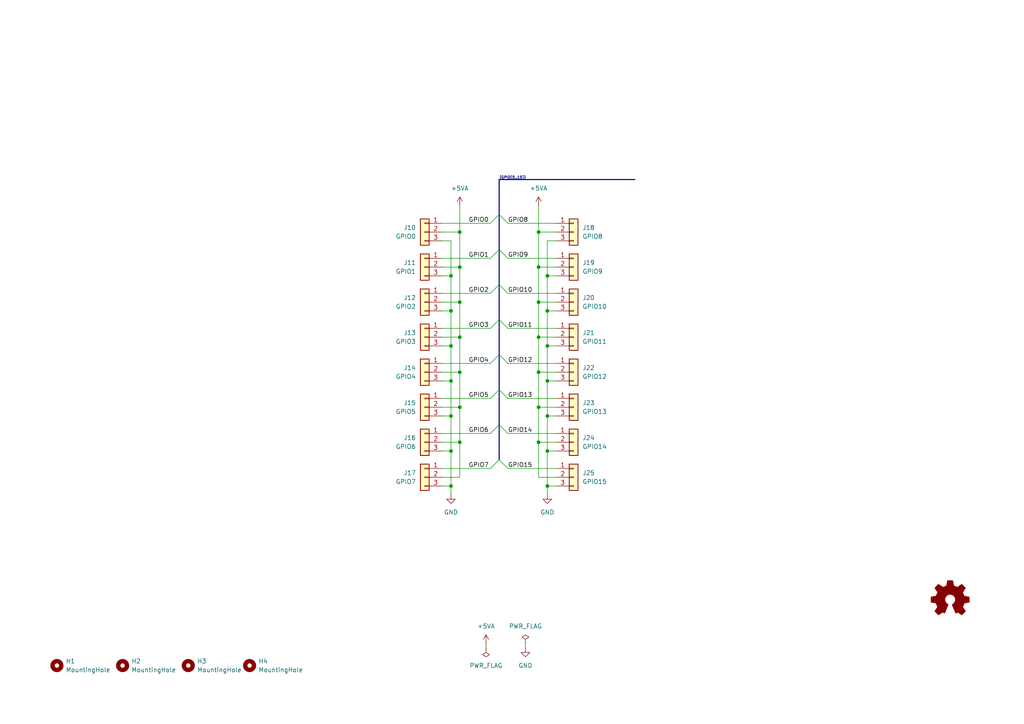
<source format=kicad_sch>
(kicad_sch (version 20231120) (generator "eeschema") (generator_version "8.0")
  (paper "A4")
  (title_block (title "Animatronics - Backpack (ANI-*BP)") (date "2025-02-09") (rev "1.0") (company "Sparky Bobo Designs") (comment 2 "Designed by: SparkyBobo") (comment 3 "https://creativecommons.org/licenses/by-sa/4.0/") (comment 4 "Released under the Creative Commons Attribution Share-Alike 4.0 License"))
  (lib_symbols
    (symbol "Connector_Generic:Conn_01x03" (pin_names (offset 1.016) hide)
      (property "Reference" "J" (at 0 5.08 0))
      (property "Value" "Conn_01x03" (at 0 -5.08 0))
      (symbol "Conn_01x03_1_1"
        (rectangle (start -1.27 -2.413) (end 0 -2.667) (stroke (width 0.1524)))
        (rectangle (start -1.27 0.127) (end 0 -0.127) (stroke (width 0.1524)))
        (rectangle (start -1.27 2.667) (end 0 2.413) (stroke (width 0.1524)))
        (rectangle (start -1.27 3.81) (end 1.27 -3.81) (stroke (width 0.254)) (fill (type background)))
        (pin passive line (at -5.08 2.54 0) (length 3.81) (name "Pin_1") (number "1"))
        (pin passive line (at -5.08 0 0) (length 3.81) (name "Pin_2") (number "2"))
        (pin passive line (at -5.08 -2.54 0) (length 3.81) (name "Pin_3") (number "3"))
      )
    )
    (symbol "Graphic:Logo_Open_Hardware_Small" (in_bom no) (on_board no)
      (symbol "Logo_Open_Hardware_Small_0_1"
        (polyline (pts (xy 3.3528 -4.3434) (xy 3.302 -4.318) (xy 3.175 -4.2418) (xy 2.9972 -4.1148) (xy 2.7686 -3.9624) (xy 2.54 -3.81) (xy 2.3622 -3.7084) (xy 2.2352 -3.6068) (xy 2.1844 -3.5814) (xy 2.159 -3.6068) (xy 2.0574 -3.6576) (xy 1.905 -3.7338) (xy 1.8034 -3.7846) (xy 1.6764 -3.8354) (xy 1.6002 -3.8354) (xy 1.6002 -3.8354) (xy 1.5494 -3.7338) (xy 1.4732 -3.5306) (xy 1.3462 -3.302) (xy 1.2446 -3.0226) (xy 1.1176 -2.7178) (xy 0.9652 -2.413) (xy 0.8636 -2.1082) (xy 0.7366 -1.8288) (xy 0.6604 -1.6256) (xy 0.6096 -1.4732) (xy 0.5842 -1.397) (xy 0.5842 -1.397) (xy 0.6604 -1.3208) (xy 0.7874 -1.2446) (xy 1.0414 -1.016) (xy 1.2954 -0.6858) (xy 1.4478 -0.3302) (xy 1.524 0.0762) (xy 1.4732 0.4572) (xy 1.3208 0.8128) (xy 1.0668 1.143) (xy 0.762 1.3716) (xy 0.4064 1.524) (xy 0 1.5748) (xy -0.381 1.5494) (xy -0.7366 1.397) (xy -1.0668 1.143) (xy -1.2192 0.9906) (xy -1.397 0.6604) (xy -1.524 0.3048) (xy -1.524 0.2286) (xy -1.4986 -0.1778) (xy -1.397 -0.5334) (xy -1.1938 -0.8636) (xy -0.9144 -1.143) (xy -0.8636 -1.1684) (xy -0.7366 -1.27) (xy -0.635 -1.3462) (xy -0.5842 -1.397) (xy -1.0668 -2.5908) (xy -1.143 -2.794) (xy -1.2954 -3.1242) (xy -1.397 -3.4036) (xy -1.4986 -3.6322) (xy -1.5748 -3.7846) (xy -1.6002 -3.8354) (xy -1.6002 -3.8354) (xy -1.651 -3.8354) (xy -1.7272 -3.81) (xy -1.905 -3.7338) (xy -2.0066 -3.683) (xy -2.1336 -3.6068) (xy -2.2098 -3.5814) (xy -2.2606 -3.6068) (xy -2.3622 -3.683) (xy -2.54 -3.81) (xy -2.7686 -3.9624) (xy -2.9718 -4.0894) (xy -3.1496 -4.2164) (xy -3.302 -4.318) (xy -3.3528 -4.3434) (xy -3.3782 -4.3434) (xy -3.429 -4.318) (xy -3.5306 -4.2164) (xy -3.7084 -4.064) (xy -3.937 -3.8354) (xy -3.9624 -3.81) (xy -4.1656 -3.6068) (xy -4.318 -3.4544) (xy -4.4196 -3.3274) (xy -4.445 -3.2766) (xy -4.445 -3.2766) (xy -4.4196 -3.2258) (xy -4.318 -3.0734) (xy -4.2164 -2.8956) (xy -4.064 -2.667) (xy -3.6576 -2.0828) (xy -3.8862 -1.5494) (xy -3.937 -1.3716) (xy -4.0386 -1.1684) (xy -4.0894 -1.0414) (xy -4.1148 -0.9652) (xy -4.191 -0.9398) (xy -4.318 -0.9144) (xy -4.5466 -0.8636) (xy -4.8006 -0.8128) (xy -5.0546 -0.7874) (xy -5.2578 -0.7366) (xy -5.4356 -0.7112) (xy -5.5118 -0.6858) (xy -5.5118 -0.6858) (xy -5.5372 -0.635) (xy -5.5372 -0.5588) (xy -5.5372 -0.4318) (xy -5.5626 -0.2286) (xy -5.5626 0.0762) (xy -5.5626 0.127) (xy -5.5372 0.4064) (xy -5.5372 0.635) (xy -5.5372 0.762) (xy -5.5372 0.8382) (xy -5.5372 0.8382) (xy -5.461 0.8382) (xy -5.3086 0.889) (xy -5.08 0.9144) (xy -4.826 0.9652) (xy -4.8006 0.9906) (xy -4.5466 1.0414) (xy -4.318 1.0668) (xy -4.1656 1.1176) (xy -4.0894 1.143) (xy -4.0894 1.143) (xy -4.0386 1.2446) (xy -3.9624 1.4224) (xy -3.8608 1.6256) (xy -3.7846 1.8288) (xy -3.7084 2.0066) (xy -3.6576 2.159) (xy -3.6322 2.2098) (xy -3.6322 2.2098) (xy -3.683 2.286) (xy -3.7592 2.413) (xy -3.8862 2.5908) (xy -4.064 2.8194) (xy -4.064 2.8448) (xy -4.2164 3.0734) (xy -4.3434 3.2512) (xy -4.4196 3.3782) (xy -4.445 3.4544) (xy -4.445 3.4544) (xy -4.3942 3.5052) (xy -4.2926 3.6322) (xy -4.1148 3.81) (xy -3.937 4.0132) (xy -3.8608 4.064) (xy -3.6576 4.2926) (xy -3.5052 4.4196) (xy -3.4036 4.4958) (xy -3.3528 4.5212) (xy -3.3528 4.5212) (xy -3.302 4.4704) (xy -3.1496 4.3688) (xy -2.9718 4.2418) (xy -2.7432 4.0894) (xy -2.7178 4.0894) (xy -2.4892 3.937) (xy -2.3114 3.81) (xy -2.1844 3.7084) (xy -2.1336 3.683) (xy -2.1082 3.683) (xy -2.032 3.7084) (xy -1.8542 3.7592) (xy -1.6764 3.8354) (xy -1.4732 3.937) (xy -1.27 4.0132) (xy -1.143 4.064) (xy -1.0668 4.1148) (xy -1.0668 4.1148) (xy -1.0414 4.191) (xy -1.016 4.3434) (xy -0.9652 4.572) (xy -0.9144 4.8514) (xy -0.889 4.9022) (xy -0.8382 5.1562) (xy -0.8128 5.3848) (xy -0.7874 5.5372) (xy -0.762 5.588) (xy -0.7112 5.6134) (xy -0.5842 5.6134) (xy -0.4064 5.6134) (xy -0.1524 5.6134) (xy 0.0762 5.6134) (xy 0.3302 5.6134) (xy 0.5334 5.6134) (xy 0.6858 5.588) (xy 0.7366 5.588) (xy 0.7366 5.588) (xy 0.762 5.5118) (xy 0.8128 5.334) (xy 0.8382 5.1054) (xy 0.9144 4.826) (xy 0.9144 4.7752) (xy 0.9652 4.5212) (xy 1.016 4.2926) (xy 1.0414 4.1402) (xy 1.0668 4.0894) (xy 1.0668 4.0894) (xy 1.1938 4.0386) (xy 1.3716 3.9624) (xy 1.5748 3.8608) (xy 2.0828 3.6576) (xy 2.7178 4.0894) (xy 2.7686 4.1402) (xy 2.9972 4.2926) (xy 3.175 4.4196) (xy 3.302 4.4958) (xy 3.3782 4.5212) (xy 3.3782 4.5212) (xy 3.429 4.4704) (xy 3.556 4.3434) (xy 3.7338 4.191) (xy 3.9116 3.9878) (xy 4.064 3.8354) (xy 4.2418 3.6576) (xy 4.3434 3.556) (xy 4.4196 3.4798) (xy 4.4196 3.429) (xy 4.4196 3.4036) (xy 4.3942 3.3274) (xy 4.2926 3.2004) (xy 4.1656 2.9972) (xy 4.0132 2.794) (xy 3.8862 2.5908) (xy 3.7592 2.3876) (xy 3.6576 2.2352) (xy 3.6322 2.159) (xy 3.6322 2.1336) (xy 3.683 2.0066) (xy 3.7592 1.8288) (xy 3.8608 1.6002) (xy 4.064 1.1176) (xy 4.3942 1.0414) (xy 4.5974 1.016) (xy 4.8768 0.9652) (xy 5.1308 0.9144) (xy 5.5372 0.8382) (xy 5.5626 -0.6604) (xy 5.4864 -0.6858) (xy 5.4356 -0.6858) (xy 5.2832 -0.7366) (xy 5.0546 -0.762) (xy 4.8006 -0.8128) (xy 4.5974 -0.8636) (xy 4.3688 -0.9144) (xy 4.2164 -0.9398) (xy 4.1402 -0.9398) (xy 4.1148 -0.9652) (xy 4.064 -1.0668) (xy 3.9878 -1.2446) (xy 3.9116 -1.4478) (xy 3.81 -1.651) (xy 3.7338 -1.8542) (xy 3.683 -2.0066) (xy 3.6576 -2.0828) (xy 3.683 -2.1336) (xy 3.7846 -2.2606) (xy 3.8862 -2.4638) (xy 4.0386 -2.667) (xy 4.191 -2.8956) (xy 4.318 -3.0734) (xy 4.3942 -3.2004) (xy 4.445 -3.2766) (xy 4.4196 -3.3274) (xy 4.3434 -3.429) (xy 4.1656 -3.5814) (xy 3.937 -3.8354) (xy 3.8862 -3.8608) (xy 3.683 -4.064) (xy 3.5306 -4.2164) (xy 3.4036 -4.318) (xy 3.3528 -4.3434)) (fill (type outline)))
      )
    )
    (symbol "Mechanical:MountingHole" (pin_names (offset 1.016)) (exclude_from_sim yes) (in_bom no)
      (property "Reference" "H" (at 0 5.08 0))
      (property "Value" "MountingHole" (at 0 3.175 0))
      (symbol "MountingHole_0_1"
        (circle (center 0 0) (radius 1.27) (stroke (width 1.27)))
      )
    )
    (symbol "power:+5VA" (power) (pin_numbers hide) (pin_names (offset 0) hide)
      (property "Value" "+5VA" (at 0 3.556 0))
      (symbol "+5VA_0_1"
        (polyline (pts (xy -0.762 1.27) (xy 0 2.54)))
        (polyline (pts (xy 0 0) (xy 0 2.54)))
        (polyline (pts (xy 0 2.54) (xy 0.762 1.27)))
      )
      (symbol "+5VA_1_1"
        (pin power_in line (at 0 0 90) (length 0) (name "~") (number "1"))
      )
    )
    (symbol "power:GND" (power) (pin_numbers hide) (pin_names (offset 0) hide)
      (property "Value" "GND" (at 0 -3.81 0))
      (symbol "GND_0_1"
        (polyline (pts (xy 0 0) (xy 0 -1.27) (xy 1.27 -1.27) (xy 0 -2.54) (xy -1.27 -1.27) (xy 0 -1.27)))
      )
      (symbol "GND_1_1"
        (pin power_in line (at 0 0 270) (length 0) (name "~") (number "1"))
      )
    )
    (symbol "power:PWR_FLAG" (power) (pin_numbers hide) (pin_names (offset 0) hide)
      (property "Value" "PWR_FLAG" (at 0 3.81 0))
      (symbol "PWR_FLAG_0_0"
        (pin power_out line (at 0 0 90) (length 0) (name "~") (number "1"))
      )
      (symbol "PWR_FLAG_0_1"
        (polyline (pts (xy 0 0) (xy 0 1.27) (xy -1.016 1.905) (xy 0 2.54) (xy 1.016 1.905) (xy 0 1.27)))
      )
    )
  )
  (junction (at 156.21 87.63))
  (junction (at 133.35 128.27))
  (junction (at 158.75 90.17))
  (junction (at 156.21 77.47))
  (junction (at 158.75 100.33))
  (junction (at 133.35 97.79))
  (junction (at 130.81 80.01))
  (junction (at 158.75 80.01))
  (junction (at 156.21 107.95))
  (junction (at 133.35 77.47))
  (junction (at 130.81 110.49))
  (junction (at 130.81 120.65))
  (junction (at 156.21 128.27))
  (junction (at 156.21 67.31))
  (junction (at 130.81 100.33))
  (junction (at 158.75 120.65))
  (junction (at 133.35 118.11))
  (junction (at 133.35 87.63))
  (junction (at 133.35 67.31))
  (junction (at 130.81 90.17))
  (junction (at 158.75 140.97))
  (junction (at 158.75 130.81))
  (junction (at 156.21 97.79))
  (junction (at 156.21 118.11))
  (junction (at 158.75 110.49))
  (junction (at 130.81 140.97))
  (junction (at 130.81 130.81))
  (junction (at 133.35 107.95))
  (bus_entry (at 144.78 62.23) (size 2.54 2.54))
  (bus_entry (at 144.78 82.55) (size 2.54 2.54))
  (bus_entry (at 144.78 92.71) (size 2.54 2.54))
  (bus_entry (at 142.24 85.09) (size 2.54 -2.54))
  (bus_entry (at 142.24 64.77) (size 2.54 -2.54))
  (bus_entry (at 144.78 123.19) (size 2.54 2.54))
  (bus_entry (at 144.78 113.03) (size 2.54 2.54))
  (bus_entry (at 144.78 72.39) (size 2.54 2.54))
  (bus_entry (at 142.24 135.89) (size 2.54 -2.54))
  (bus_entry (at 142.24 115.57) (size 2.54 -2.54))
  (bus_entry (at 142.24 95.25) (size 2.54 -2.54))
  (bus_entry (at 144.78 102.87) (size 2.54 2.54))
  (bus_entry (at 144.78 133.35) (size 2.54 2.54))
  (bus_entry (at 142.24 125.73) (size 2.54 -2.54))
  (bus_entry (at 142.24 105.41) (size 2.54 -2.54))
  (bus_entry (at 142.24 74.93) (size 2.54 -2.54))
  (wire (pts (xy 158.75 120.65) (xy 161.29 120.65)))
  (wire (pts (xy 130.81 110.49) (xy 128.27 110.49)))
  (wire (pts (xy 158.75 69.85) (xy 161.29 69.85)))
  (wire (pts (xy 158.75 140.97) (xy 158.75 130.81)))
  (wire (pts (xy 158.75 90.17) (xy 161.29 90.17)))
  (wire (pts (xy 158.75 110.49) (xy 161.29 110.49)))
  (wire (pts (xy 156.21 87.63) (xy 156.21 97.79)))
  (wire (pts (xy 147.32 135.89) (xy 161.29 135.89)))
  (wire (pts (xy 156.21 77.47) (xy 156.21 87.63)))
  (wire (pts (xy 158.75 120.65) (xy 158.75 130.81)))
  (bus (pts (xy 144.78 72.39) (xy 144.78 82.55)))
  (wire (pts (xy 161.29 138.43) (xy 156.21 138.43)))
  (wire (pts (xy 133.35 97.79) (xy 133.35 107.95)))
  (wire (pts (xy 156.21 118.11) (xy 156.21 128.27)))
  (wire (pts (xy 130.81 120.65) (xy 130.81 130.81)))
  (wire (pts (xy 147.32 74.93) (xy 161.29 74.93)))
  (wire (pts (xy 147.32 105.41) (xy 161.29 105.41)))
  (bus (pts (xy 144.78 82.55) (xy 144.78 92.71)))
  (wire (pts (xy 161.29 140.97) (xy 158.75 140.97)))
  (wire (pts (xy 156.21 87.63) (xy 161.29 87.63)))
  (wire (pts (xy 152.4 186.69) (xy 152.4 187.96)))
  (wire (pts (xy 128.27 138.43) (xy 133.35 138.43)))
  (wire (pts (xy 156.21 128.27) (xy 161.29 128.27)))
  (bus (pts (xy 144.78 52.07) (xy 184.15 52.07)))
  (bus (pts (xy 144.78 52.07) (xy 144.78 62.23)))
  (wire (pts (xy 130.81 69.85) (xy 128.27 69.85)))
  (wire (pts (xy 133.35 67.31) (xy 128.27 67.31)))
  (wire (pts (xy 142.24 85.09) (xy 128.27 85.09)))
  (wire (pts (xy 158.75 100.33) (xy 161.29 100.33)))
  (wire (pts (xy 133.35 107.95) (xy 133.35 118.11)))
  (wire (pts (xy 133.35 77.47) (xy 128.27 77.47)))
  (wire (pts (xy 147.32 64.77) (xy 161.29 64.77)))
  (wire (pts (xy 133.35 59.69) (xy 133.35 67.31)))
  (wire (pts (xy 156.21 97.79) (xy 161.29 97.79)))
  (wire (pts (xy 133.35 128.27) (xy 133.35 138.43)))
  (wire (pts (xy 147.32 125.73) (xy 161.29 125.73)))
  (wire (pts (xy 130.81 100.33) (xy 130.81 110.49)))
  (wire (pts (xy 142.24 74.93) (xy 128.27 74.93)))
  (wire (pts (xy 158.75 80.01) (xy 158.75 90.17)))
  (wire (pts (xy 158.75 140.97) (xy 158.75 143.51)))
  (wire (pts (xy 147.32 95.25) (xy 161.29 95.25)))
  (wire (pts (xy 128.27 140.97) (xy 130.81 140.97)))
  (wire (pts (xy 142.24 125.73) (xy 128.27 125.73)))
  (wire (pts (xy 133.35 107.95) (xy 128.27 107.95)))
  (wire (pts (xy 130.81 90.17) (xy 128.27 90.17)))
  (wire (pts (xy 130.81 69.85) (xy 130.81 80.01)))
  (bus (pts (xy 144.78 102.87) (xy 144.78 113.03)))
  (wire (pts (xy 147.32 115.57) (xy 161.29 115.57)))
  (wire (pts (xy 133.35 67.31) (xy 133.35 77.47)))
  (wire (pts (xy 156.21 128.27) (xy 156.21 138.43)))
  (bus (pts (xy 144.78 62.23) (xy 144.78 72.39)))
  (wire (pts (xy 142.24 105.41) (xy 128.27 105.41)))
  (wire (pts (xy 133.35 77.47) (xy 133.35 87.63)))
  (wire (pts (xy 142.24 115.57) (xy 128.27 115.57)))
  (wire (pts (xy 133.35 97.79) (xy 128.27 97.79)))
  (wire (pts (xy 130.81 90.17) (xy 130.81 100.33)))
  (wire (pts (xy 142.24 64.77) (xy 128.27 64.77)))
  (wire (pts (xy 130.81 100.33) (xy 128.27 100.33)))
  (wire (pts (xy 130.81 110.49) (xy 130.81 120.65)))
  (wire (pts (xy 158.75 90.17) (xy 158.75 100.33)))
  (wire (pts (xy 130.81 130.81) (xy 128.27 130.81)))
  (wire (pts (xy 156.21 67.31) (xy 161.29 67.31)))
  (wire (pts (xy 158.75 130.81) (xy 161.29 130.81)))
  (wire (pts (xy 158.75 100.33) (xy 158.75 110.49)))
  (wire (pts (xy 156.21 59.69) (xy 156.21 67.31)))
  (wire (pts (xy 142.24 135.89) (xy 128.27 135.89)))
  (wire (pts (xy 142.24 95.25) (xy 128.27 95.25)))
  (wire (pts (xy 156.21 107.95) (xy 156.21 118.11)))
  (wire (pts (xy 156.21 97.79) (xy 156.21 107.95)))
  (wire (pts (xy 130.81 140.97) (xy 130.81 143.51)))
  (wire (pts (xy 158.75 69.85) (xy 158.75 80.01)))
  (wire (pts (xy 133.35 118.11) (xy 133.35 128.27)))
  (wire (pts (xy 130.81 140.97) (xy 130.81 130.81)))
  (bus (pts (xy 144.78 123.19) (xy 144.78 133.35)))
  (wire (pts (xy 130.81 80.01) (xy 128.27 80.01)))
  (wire (pts (xy 140.97 186.69) (xy 140.97 187.96)))
  (wire (pts (xy 133.35 87.63) (xy 128.27 87.63)))
  (wire (pts (xy 158.75 80.01) (xy 161.29 80.01)))
  (wire (pts (xy 156.21 77.47) (xy 161.29 77.47)))
  (wire (pts (xy 156.21 118.11) (xy 161.29 118.11)))
  (wire (pts (xy 158.75 110.49) (xy 158.75 120.65)))
  (wire (pts (xy 156.21 107.95) (xy 161.29 107.95)))
  (wire (pts (xy 156.21 67.31) (xy 156.21 77.47)))
  (bus (pts (xy 144.78 113.03) (xy 144.78 123.19)))
  (wire (pts (xy 133.35 87.63) (xy 133.35 97.79)))
  (wire (pts (xy 147.32 85.09) (xy 161.29 85.09)))
  (wire (pts (xy 130.81 120.65) (xy 128.27 120.65)))
  (bus (pts (xy 144.78 92.71) (xy 144.78 102.87)))
  (wire (pts (xy 130.81 80.01) (xy 130.81 90.17)))
  (wire (pts (xy 133.35 118.11) (xy 128.27 118.11)))
  (wire (pts (xy 133.35 128.27) (xy 128.27 128.27)))
  (label "GPIO7" (at 135.89 135.89 0))
  (label "{GPIO[0..15]}" (at 144.78 52.07 0) (effects (font (size 0.762 0.762))))
  (label "GPIO12" (at 147.32 105.41 0))
  (label "GPIO1" (at 135.89 74.93 0))
  (label "GPIO4" (at 135.89 105.41 0))
  (label "GPIO2" (at 135.89 85.09 0))
  (label "GPIO9" (at 147.32 74.93 0))
  (label "GPIO13" (at 147.32 115.57 0))
  (label "GPIO3" (at 135.89 95.25 0))
  (label "GPIO14" (at 147.32 125.73 0))
  (label "GPIO11" (at 147.32 95.25 0))
  (label "GPIO0" (at 135.89 64.77 0))
  (label "GPIO5" (at 135.89 115.57 0))
  (label "GPIO6" (at 135.89 125.73 0))
  (label "GPIO15" (at 147.32 135.89 0))
  (label "GPIO10" (at 147.32 85.09 0))
  (label "GPIO8" (at 147.32 64.77 0))
  (symbol (lib_id "power:PWR_FLAG") (at 152.4 186.69 0) (unit 1)
    (property "Reference" "#FLG05" (effects (hide yes)))
    (property "Value" "PWR_FLAG" (at 152.4 181.61 0))
    (property "Description" "Special symbol for telling ERC where power comes from" (effects (hide yes)))
  )
  (symbol (lib_id "Connector_Generic:Conn_01x03") (at 123.19 87.63 0) (mirror y) (unit 1)
    (property "Reference" "J12" (at 120.65 86.3599 0) (effects (justify left)))
    (property "Value" "GPIO2" (at 120.65 88.8999 0) (effects (justify left)))
    (property "Footprint" "Connector_PinHeader_2.54mm:PinHeader_1x03_P2.54mm_Vertical" (effects (hide yes)))
    (property "Description" "Generic connector, single row, 01x03, script generated (kicad-library-utils/schlib/autogen/connector/)" (effects (hide yes)))
  )
  (symbol (lib_id "Connector_Generic:Conn_01x03") (at 123.19 118.11 0) (mirror y) (unit 1)
    (property "Reference" "J15" (at 120.65 116.8399 0) (effects (justify left)))
    (property "Value" "GPIO5" (at 120.65 119.3799 0) (effects (justify left)))
    (property "Footprint" "Connector_PinHeader_2.54mm:PinHeader_1x03_P2.54mm_Vertical" (effects (hide yes)))
    (property "Description" "Generic connector, single row, 01x03, script generated (kicad-library-utils/schlib/autogen/connector/)" (effects (hide yes)))
  )
  (symbol (lib_id "power:GND") (at 158.75 143.51 0) (mirror y) (unit 1)
    (property "Reference" "#PWR04" (effects (hide yes)))
    (property "Value" "GND" (at 158.75 148.59 0))
    (property "Description" "Power symbol creates a global label with name \"GND\" , ground" (effects (hide yes)))
  )
  (symbol (lib_id "Connector_Generic:Conn_01x03") (at 166.37 128.27 0) (unit 1)
    (property "Reference" "J24" (at 168.91 126.9999 0) (effects (justify left)))
    (property "Value" "GPIO14" (at 168.91 129.5399 0) (effects (justify left)))
    (property "Footprint" "Connector_PinHeader_2.54mm:PinHeader_1x03_P2.54mm_Vertical" (effects (hide yes)))
    (property "Description" "Generic connector, single row, 01x03, script generated (kicad-library-utils/schlib/autogen/connector/)" (effects (hide yes)))
  )
  (symbol (lib_id "Connector_Generic:Conn_01x03") (at 123.19 77.47 0) (mirror y) (unit 1)
    (property "Reference" "J11" (at 120.65 76.1999 0) (effects (justify left)))
    (property "Value" "GPIO1" (at 120.65 78.7399 0) (effects (justify left)))
    (property "Footprint" "Connector_PinHeader_2.54mm:PinHeader_1x03_P2.54mm_Vertical" (effects (hide yes)))
    (property "Description" "Generic connector, single row, 01x03, script generated (kicad-library-utils/schlib/autogen/connector/)" (effects (hide yes)))
  )
  (symbol (lib_id "Connector_Generic:Conn_01x03") (at 166.37 67.31 0) (unit 1)
    (property "Reference" "J18" (at 168.91 66.0399 0) (effects (justify left)))
    (property "Value" "GPIO8" (at 168.91 68.5799 0) (effects (justify left)))
    (property "Footprint" "Connector_PinHeader_2.54mm:PinHeader_1x03_P2.54mm_Vertical" (effects (hide yes)))
    (property "Description" "Generic connector, single row, 01x03, script generated (kicad-library-utils/schlib/autogen/connector/)" (effects (hide yes)))
  )
  (symbol (lib_id "Connector_Generic:Conn_01x03") (at 123.19 138.43 0) (mirror y) (unit 1)
    (property "Reference" "J17" (at 120.65 137.1599 0) (effects (justify left)))
    (property "Value" "GPIO7" (at 120.65 139.6999 0) (effects (justify left)))
    (property "Footprint" "Connector_PinHeader_2.54mm:PinHeader_1x03_P2.54mm_Vertical" (effects (hide yes)))
    (property "Description" "Generic connector, single row, 01x03, script generated (kicad-library-utils/schlib/autogen/connector/)" (effects (hide yes)))
  )
  (symbol (lib_id "Connector_Generic:Conn_01x03") (at 123.19 107.95 0) (mirror y) (unit 1)
    (property "Reference" "J14" (at 120.65 106.6799 0) (effects (justify left)))
    (property "Value" "GPIO4" (at 120.65 109.2199 0) (effects (justify left)))
    (property "Footprint" "Connector_PinHeader_2.54mm:PinHeader_1x03_P2.54mm_Vertical" (effects (hide yes)))
    (property "Description" "Generic connector, single row, 01x03, script generated (kicad-library-utils/schlib/autogen/connector/)" (effects (hide yes)))
  )
  (symbol (lib_id "power:+5VA") (at 140.97 186.69 0) (mirror y) (unit 1)
    (property "Reference" "#PWR07" (effects (hide yes)))
    (property "Value" "+5VA" (at 140.97 181.61 0))
    (property "Description" "Power symbol creates a global label with name \"+5VA\"" (effects (hide yes)))
  )
  (symbol (lib_id "Connector_Generic:Conn_01x03") (at 123.19 128.27 0) (mirror y) (unit 1)
    (property "Reference" "J16" (at 120.65 126.9999 0) (effects (justify left)))
    (property "Value" "GPIO6" (at 120.65 129.5399 0) (effects (justify left)))
    (property "Footprint" "Connector_PinHeader_2.54mm:PinHeader_1x03_P2.54mm_Vertical" (effects (hide yes)))
    (property "Description" "Generic connector, single row, 01x03, script generated (kicad-library-utils/schlib/autogen/connector/)" (effects (hide yes)))
  )
  (symbol (lib_id "Mechanical:MountingHole") (at 16.51 193.04 0) (unit 1) (exclude_from_sim yes) (in_bom no)
    (property "Reference" "H1" (at 19.05 191.7699 0) (effects (justify left)))
    (property "Value" "MountingHole" (at 19.05 194.3099 0) (effects (justify left)))
    (property "Footprint" "MountingHole:MountingHole_3.2mm_M3" (effects (hide yes)))
    (property "Description" "Mounting Hole without connection" (effects (hide yes)))
  )
  (symbol (lib_id "Connector_Generic:Conn_01x03") (at 166.37 138.43 0) (unit 1)
    (property "Reference" "J25" (at 168.91 137.1599 0) (effects (justify left)))
    (property "Value" "GPIO15" (at 168.91 139.6999 0) (effects (justify left)))
    (property "Footprint" "Connector_PinHeader_2.54mm:PinHeader_1x03_P2.54mm_Vertical" (effects (hide yes)))
    (property "Description" "Generic connector, single row, 01x03, script generated (kicad-library-utils/schlib/autogen/connector/)" (effects (hide yes)))
  )
  (symbol (lib_id "Graphic:Logo_Open_Hardware_Small") (at 275.59 173.99 0) (unit 1) (exclude_from_sim yes) (in_bom no) (on_board no)
    (property "Reference" "#SYM1" (effects (hide yes)))
    (property "Value" "Logo_Open_Hardware_Small" (effects (hide yes)))
    (property "Description" "Open Hardware logo, small" (effects (hide yes)))
  )
  (symbol (lib_id "Mechanical:MountingHole") (at 54.61 193.04 0) (unit 1) (exclude_from_sim yes) (in_bom no)
    (property "Reference" "H3" (at 57.15 191.7699 0) (effects (justify left)))
    (property "Value" "MountingHole" (at 57.15 194.3099 0) (effects (justify left)))
    (property "Footprint" "MountingHole:MountingHole_3.2mm_M3" (effects (hide yes)))
    (property "Description" "Mounting Hole without connection" (effects (hide yes)))
  )
  (symbol (lib_id "Mechanical:MountingHole") (at 72.39 193.04 0) (unit 1) (exclude_from_sim yes) (in_bom no)
    (property "Reference" "H4" (at 74.93 191.7699 0) (effects (justify left)))
    (property "Value" "MountingHole" (at 74.93 194.3099 0) (effects (justify left)))
    (property "Footprint" "MountingHole:MountingHole_3.2mm_M3" (effects (hide yes)))
    (property "Description" "Mounting Hole without connection" (effects (hide yes)))
  )
  (symbol (lib_id "Mechanical:MountingHole") (at 35.56 193.04 0) (unit 1) (exclude_from_sim yes) (in_bom no)
    (property "Reference" "H2" (at 38.1 191.7699 0) (effects (justify left)))
    (property "Value" "MountingHole" (at 38.1 194.3099 0) (effects (justify left)))
    (property "Footprint" "MountingHole:MountingHole_3.2mm_M3" (effects (hide yes)))
    (property "Description" "Mounting Hole without connection" (effects (hide yes)))
  )
  (symbol (lib_id "Connector_Generic:Conn_01x03") (at 123.19 67.31 0) (mirror y) (unit 1)
    (property "Reference" "J10" (at 120.65 66.0399 0) (effects (justify left)))
    (property "Value" "GPIO0" (at 120.65 68.5799 0) (effects (justify left)))
    (property "Footprint" "Connector_PinHeader_2.54mm:PinHeader_1x03_P2.54mm_Vertical" (effects (hide yes)))
    (property "Description" "Generic connector, single row, 01x03, script generated (kicad-library-utils/schlib/autogen/connector/)" (effects (hide yes)))
  )
  (symbol (lib_id "power:+5VA") (at 133.35 59.69 0) (mirror y) (unit 1)
    (property "Reference" "#PWR01" (effects (hide yes)))
    (property "Value" "+5VA" (at 133.35 54.61 0))
    (property "Description" "Power symbol creates a global label with name \"+5VA\"" (effects (hide yes)))
  )
  (symbol (lib_id "power:GND") (at 130.81 143.51 0) (unit 1)
    (property "Reference" "#PWR02" (effects (hide yes)))
    (property "Value" "GND" (at 130.81 148.59 0))
    (property "Description" "Power symbol creates a global label with name \"GND\" , ground" (effects (hide yes)))
  )
  (symbol (lib_id "power:+5VA") (at 156.21 59.69 0) (unit 1)
    (property "Reference" "#PWR03" (effects (hide yes)))
    (property "Value" "+5VA" (at 156.21 54.61 0))
    (property "Description" "Power symbol creates a global label with name \"+5VA\"" (effects (hide yes)))
  )
  (symbol (lib_id "Connector_Generic:Conn_01x03") (at 166.37 97.79 0) (unit 1)
    (property "Reference" "J21" (at 168.91 96.5199 0) (effects (justify left)))
    (property "Value" "GPIO11" (at 168.91 99.0599 0) (effects (justify left)))
    (property "Footprint" "Connector_PinHeader_2.54mm:PinHeader_1x03_P2.54mm_Vertical" (effects (hide yes)))
    (property "Description" "Generic connector, single row, 01x03, script generated (kicad-library-utils/schlib/autogen/connector/)" (effects (hide yes)))
  )
  (symbol (lib_id "power:GND") (at 152.4 187.96 0) (mirror y) (unit 1)
    (property "Reference" "#PWR08" (effects (hide yes)))
    (property "Value" "GND" (at 152.4 193.04 0))
    (property "Description" "Power symbol creates a global label with name \"GND\" , ground" (effects (hide yes)))
  )
  (symbol (lib_id "Connector_Generic:Conn_01x03") (at 166.37 118.11 0) (unit 1)
    (property "Reference" "J23" (at 168.91 116.8399 0) (effects (justify left)))
    (property "Value" "GPIO13" (at 168.91 119.3799 0) (effects (justify left)))
    (property "Footprint" "Connector_PinHeader_2.54mm:PinHeader_1x03_P2.54mm_Vertical" (effects (hide yes)))
    (property "Description" "Generic connector, single row, 01x03, script generated (kicad-library-utils/schlib/autogen/connector/)" (effects (hide yes)))
  )
  (symbol (lib_id "Connector_Generic:Conn_01x03") (at 166.37 77.47 0) (unit 1)
    (property "Reference" "J19" (at 168.91 76.1999 0) (effects (justify left)))
    (property "Value" "GPIO9" (at 168.91 78.7399 0) (effects (justify left)))
    (property "Footprint" "Connector_PinHeader_2.54mm:PinHeader_1x03_P2.54mm_Vertical" (effects (hide yes)))
    (property "Description" "Generic connector, single row, 01x03, script generated (kicad-library-utils/schlib/autogen/connector/)" (effects (hide yes)))
  )
  (symbol (lib_id "Connector_Generic:Conn_01x03") (at 123.19 97.79 0) (mirror y) (unit 1)
    (property "Reference" "J13" (at 120.65 96.5199 0) (effects (justify left)))
    (property "Value" "GPIO3" (at 120.65 99.0599 0) (effects (justify left)))
    (property "Footprint" "Connector_PinHeader_2.54mm:PinHeader_1x03_P2.54mm_Vertical" (effects (hide yes)))
    (property "Description" "Generic connector, single row, 01x03, script generated (kicad-library-utils/schlib/autogen/connector/)" (effects (hide yes)))
  )
  (symbol (lib_id "power:PWR_FLAG") (at 140.97 187.96 180) (unit 1)
    (property "Reference" "#FLG04" (effects (hide yes)))
    (property "Value" "PWR_FLAG" (at 140.97 193.04 0))
    (property "Description" "Special symbol for telling ERC where power comes from" (effects (hide yes)))
  )
  (symbol (lib_id "Connector_Generic:Conn_01x03") (at 166.37 87.63 0) (unit 1)
    (property "Reference" "J20" (at 168.91 86.3599 0) (effects (justify left)))
    (property "Value" "GPIO10" (at 168.91 88.8999 0) (effects (justify left)))
    (property "Footprint" "Connector_PinHeader_2.54mm:PinHeader_1x03_P2.54mm_Vertical" (effects (hide yes)))
    (property "Description" "Generic connector, single row, 01x03, script generated (kicad-library-utils/schlib/autogen/connector/)" (effects (hide yes)))
  )
  (symbol (lib_id "Connector_Generic:Conn_01x03") (at 166.37 107.95 0) (unit 1)
    (property "Reference" "J22" (at 168.91 106.6799 0) (effects (justify left)))
    (property "Value" "GPIO12" (at 168.91 109.2199 0) (effects (justify left)))
    (property "Footprint" "Connector_PinHeader_2.54mm:PinHeader_1x03_P2.54mm_Vertical" (effects (hide yes)))
    (property "Description" "Generic connector, single row, 01x03, script generated (kicad-library-utils/schlib/autogen/connector/)" (effects (hide yes)))
  )
)
</source>
